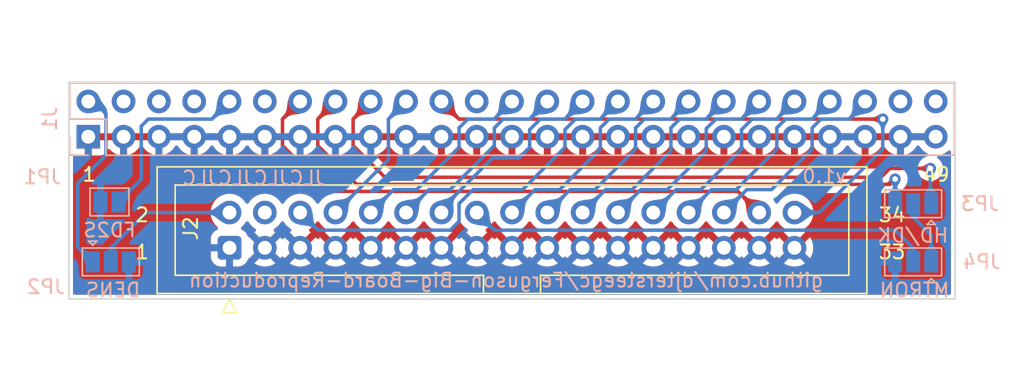
<source format=kicad_pcb>
(kicad_pcb (version 20221018) (generator pcbnew)
  (layers (0 "F.Cu" signal) (31 "B.Cu" signal) (34 "B.Paste" user) (35 "F.Paste" user) (36 "B.SilkS" user "B.Silkscreen") (37 "F.SilkS" user "F.Silkscreen") (38 "B.Mask" user) (39 "F.Mask" user) (44 "Edge.Cuts" user))
  (net 0 "")
  (net 1 "GND")
  (net 2 "Net-(J1-Pin_2)")
  (net 3 "Net-(J1-Pin_10)")
  (net 5 "Net-(J1-Pin_14)")
  (net 7 "Net-(J1-Pin_16)")
  (net 9 "Net-(J1-Pin_18)")
  (net 10 "Net-(J1-Pin_20)")
  (net 11 "Net-(J1-Pin_22)")
  (net 13 "Net-(J1-Pin_26)")
  (net 14 "Net-(J1-Pin_28)")
  (net 15 "Net-(J1-Pin_30)")
  (net 16 "Net-(J1-Pin_32)")
  (net 17 "Net-(J1-Pin_34)")
  (net 18 "Net-(J1-Pin_36)")
  (net 19 "Net-(J1-Pin_38)")
  (net 20 "Net-(J1-Pin_40)")
  (net 21 "Net-(J1-Pin_42)")
  (net 22 "Net-(J1-Pin_44)")
  (net 23 "Net-(J1-Pin_46)")
  (net 25 "Net-(J2-Pin_2)")
  (net 26 "Net-(J2-Pin_16)")
  (net 27 "Net-(JP3-C)")
  (footprint "Connector_IDC:IDC-Header_2x17_P2.54mm_Vertical" (layer "F.Cu") (at 146.05 71.374 90)
    (fp_text reference "J2" (at 1.397 -2.794 90) (layer "F.SilkS"))
    (fp_text value "Conn_02x17_Odd_Even")
    (fp_line (start -4.68 -0.5) (end -4.68 0.5) (stroke (width 0.12)) (layer "F.SilkS"))
    (fp_line (start -4.68 0.5) (end -3.68 0) (stroke (width 0.12)) (layer "F.SilkS"))
    (fp_line (start -3.68 0) (end -4.68 -0.5) (stroke (width 0.12)) (layer "F.SilkS"))
    (fp_line (start -3.29 -5.21) (end 5.83 -5.21) (stroke (width 0.12)) (layer "F.SilkS"))
    (fp_line (start -3.29 18.27) (end -1.98 18.27) (stroke (width 0.12)) (layer "F.SilkS"))
    (fp_line (start -3.29 45.85) (end -3.29 -5.21) (stroke (width 0.12)) (layer "F.SilkS"))
    (fp_line (start -1.98 -3.91) (end 4.52 -3.91) (stroke (width 0.12)) (layer "F.SilkS"))
    (fp_line (start -1.98 18.27) (end -1.98 -3.91) (stroke (width 0.12)) (layer "F.SilkS"))
    (fp_line (start -1.98 22.37) (end -3.29 22.37) (stroke (width 0.12)) (layer "F.SilkS"))
    (fp_line (start -1.98 22.37) (end -1.98 22.37) (stroke (width 0.12)) (layer "F.SilkS"))
    (fp_line (start -1.98 44.55) (end -1.98 22.37) (stroke (width 0.12)) (layer "F.SilkS"))
    (fp_line (start 4.52 -3.91) (end 4.52 44.55) (stroke (width 0.12)) (layer "F.SilkS"))
    (fp_line (start 4.52 44.55) (end -1.98 44.55) (stroke (width 0.12)) (layer "F.SilkS"))
    (fp_line (start 5.83 -5.21) (end 5.83 45.85) (stroke (width 0.12)) (layer "F.SilkS"))
    (fp_line (start 5.83 45.85) (end -3.29 45.85) (stroke (width 0.12)) (layer "F.SilkS"))
    (pad "1" thru_hole roundrect (at 0 0 90) (size 1.7 1.7) (drill 1) (layers "*.Cu" "*.Mask") (roundrect_rratio 0.1470588235) (net 1 "GND"))
    (pad "2" thru_hole circle (at 2.54 0 90) (size 1.7 1.7) (drill 1) (layers "*.Cu" "*.Mask") (net 25 "Net-(J2-Pin_2)"))
    (pad "3" thru_hole circle (at 0 2.54 90) (size 1.7 1.7) (drill 1) (layers "*.Cu" "*.Mask") (net 1 "GND"))
    (pad "4" thru_hole circle (at 2.54 2.54 90) (size 1.7 1.7) (drill 1) (layers "*.Cu" "*.Mask"))
    (pad "5" thru_hole circle (at 0 5.08 90) (size 1.7 1.7) (drill 1) (layers "*.Cu" "*.Mask") (net 1 "GND"))
    (pad "6" thru_hole circle (at 2.54 5.08 90) (size 1.7 1.7) (drill 1) (layers "*.Cu" "*.Mask") (net 16 "Net-(J1-Pin_32)"))
    (pad "7" thru_hole circle (at 0 7.62 90) (size 1.7 1.7) (drill 1) (layers "*.Cu" "*.Mask") (net 1 "GND"))
    (pad "8" thru_hole circle (at 2.54 7.62 90) (size 1.7 1.7) (drill 1) (layers "*.Cu" "*.Mask") (net 10 "Net-(J1-Pin_20)"))
    (pad "9" thru_hole circle (at 0 10.16 90) (size 1.7 1.7) (drill 1) (layers "*.Cu" "*.Mask") (net 1 "GND"))
    (pad "10" thru_hole circle (at 2.54 10.16 90) (size 1.7 1.7) (drill 1) (layers "*.Cu" "*.Mask") (net 13 "Net-(J1-Pin_26)"))
    (pad "11" thru_hole circle (at 0 12.7 90) (size 1.7 1.7) (drill 1) (layers "*.Cu" "*.Mask") (net 1 "GND"))
    (pad "12" thru_hole circle (at 2.54 12.7 90) (size 1.7 1.7) (drill 1) (layers "*.Cu" "*.Mask") (net 14 "Net-(J1-Pin_28)"))
    (pad "13" thru_hole circle (at 0 15.24 90) (size 1.7 1.7) (drill 1) (layers "*.Cu" "*.Mask") (net 1 "GND"))
    (pad "14" thru_hole circle (at 2.54 15.24 90) (size 1.7 1.7) (drill 1) (layers "*.Cu" "*.Mask") (net 15 "Net-(J1-Pin_30)"))
    (pad "15" thru_hole circle (at 0 17.78 90) (size 1.7 1.7) (drill 1) (layers "*.Cu" "*.Mask") (net 1 "GND"))
    (pad "16" thru_hole circle (at 2.54 17.78 90) (size 1.7 1.7) (drill 1) (layers "*.Cu" "*.Mask") (net 26 "Net-(J2-Pin_16)"))
    (pad "17" thru_hole circle (at 0 20.32 90) (size 1.7 1.7) (drill 1) (layers "*.Cu" "*.Mask") (net 1 "GND"))
    (pad "18" thru_hole circle (at 2.54 20.32 90) (size 1.7 1.7) (drill 1) (layers "*.Cu" "*.Mask") (net 17 "Net-(J1-Pin_34)"))
    (pad "19" thru_hole circle (at 0 22.86 90) (size 1.7 1.7) (drill 1) (layers "*.Cu" "*.Mask") (net 1 "GND"))
    (pad "20" thru_hole circle (at 2.54 22.86 90) (size 1.7 1.7) (drill 1) (layers "*.Cu" "*.Mask") (net 18 "Net-(J1-Pin_36)"))
    (pad "21" thru_hole circle (at 0 25.4 90) (size 1.7 1.7) (drill 1) (layers "*.Cu" "*.Mask") (net 1 "GND"))
    (pad "22" thru_hole circle (at 2.54 25.4 90) (size 1.7 1.7) (drill 1) (layers "*.Cu" "*.Mask") (net 19 "Net-(J1-Pin_38)"))
    (pad "23" thru_hole circle (at 0 27.94 90) (size 1.7 1.7) (drill 1) (layers "*.Cu" "*.Mask") (net 1 "GND"))
    (pad "24" thru_hole circle (at 2.54 27.94 90) (size 1.7 1.7) (drill 1) (layers "*.Cu" "*.Mask") (net 20 "Net-(J1-Pin_40)"))
    (pad "25" thru_hole circle (at 0 30.48 90) (size 1.7 1.7) (drill 1) (layers "*.Cu" "*.Mask") (net 1 "GND"))
    (pad "26" thru_hole circle (at 2.54 30.48 90) (size 1.7 1.7) (drill 1) (layers "*.Cu" "*.Mask") (net 21 "Net-(J1-Pin_42)"))
    (pad "27" thru_hole circle (at 0 33.02 90) (size 1.7 1.7) (drill 1) (layers "*.Cu" "*.Mask") (net 1 "GND"))
    (pad "28" thru_hole circle (at 2.54 33.02 90) (size 1.7 1.7) (drill 1) (layers "*.Cu" "*.Mask") (net 22 "Net-(J1-Pin_44)"))
    (pad "29" thru_hole circle (at 0 35.56 90) (size 1.7 1.7) (drill 1) (layers "*.Cu" "*.Mask") (net 1 "GND"))
    (pad "30" thru_hole circle (at 2.54 35.56 90) (size 1.7 1.7) (drill 1) (layers "*.Cu" "*.Mask") (net 23 "Net-(J1-Pin_46)"))
    (pad "31" thru_hole circle (at 0 38.1 90) (size 1.7 1.7) (drill 1) (layers "*.Cu" "*.Mask") (net 1 "GND"))
    (pad "32" thru_hole circle (at 2.54 38.1 90) (size 1.7 1.7) (drill 1) (layers "*.Cu" "*.Mask") (net 5 "Net-(J1-Pin_14)"))
    (pad "33" thru_hole circle (at 0 40.64 90) (size 1.7 1.7) (drill 1) (layers "*.Cu" "*.Mask") (net 1 "GND"))
    (pad "34" thru_hole circle (at 2.54 40.64 90) (size 1.7 1.7) (drill 1) (layers "*.Cu" "*.Mask") (net 11 "Net-(J1-Pin_22)"))
  )
  (footprint "Jumper:SolderJumper-2_P1.3mm_Open_Pad1.0x1.5mm" (layer "B.Cu") (at 137.414 68.072 180)
    (fp_text reference "JP1" (at 4.826 1.8) (layer "B.SilkS") (effects (justify mirror)))
    (fp_text value "FD2S" (at 0 -2.032) (layer "B.SilkS") (effects (justify mirror)))
    (fp_line (start -1.4 -1) (end -1.4 1) (stroke (width 0.12)) (layer "B.SilkS"))
    (fp_line (start -1.4 1) (end 1.4 1) (stroke (width 0.12)) (layer "B.SilkS"))
    (fp_line (start 1.4 -1) (end -1.4 -1) (stroke (width 0.12)) (layer "B.SilkS"))
    (fp_line (start 1.4 1) (end 1.4 -1) (stroke (width 0.12)) (layer "B.SilkS"))
    (pad "1" smd rect (at -0.65 0 180) (size 1 1.5) (layers "B.Cu" "B.Mask") (net 3 "Net-(J1-Pin_10)"))
    (pad "2" smd rect (at 0.65 0 180) (size 1 1.5) (layers "B.Cu" "B.Mask") (net 1 "GND"))
  )
  (footprint "Jumper:SolderJumper-3_P1.3mm_Open_Pad1.0x1.5mm" (layer "B.Cu") (at 195.229 72.39 180)
    (fp_text reference "JP4" (at -4.923 0) (layer "B.SilkS") (effects (justify mirror)))
    (fp_text value "MTRON" (at -0.097 -2.032) (layer "B.SilkS") (effects (justify mirror)))
    (fp_line (start -2.05 -1) (end -2.05 1) (stroke (width 0.12)) (layer "B.SilkS"))
    (fp_line (start -2.05 1) (end 2.05 1) (stroke (width 0.12)) (layer "B.SilkS"))
    (fp_line (start -1.6 -1.5) (end -1 -1.5) (stroke (width 0.12)) (layer "B.SilkS"))
    (fp_line (start -1.3 -1.2) (end -1.6 -1.5) (stroke (width 0.12)) (layer "B.SilkS"))
    (fp_line (start -1.3 -1.2) (end -1 -1.5) (stroke (width 0.12)) (layer "B.SilkS"))
    (fp_line (start 2.05 -1) (end -2.05 -1) (stroke (width 0.12)) (layer "B.SilkS"))
    (fp_line (start 2.05 1) (end 2.05 -1) (stroke (width 0.12)) (layer "B.SilkS"))
    (pad "1" smd rect (at -1.3 0 180) (size 1 1.5) (layers "B.Cu" "B.Mask") (net 27 "Net-(JP3-C)"))
    (pad "2" smd rect (at 0 0 180) (size 1 1.5) (layers "B.Cu" "B.Mask") (net 26 "Net-(J2-Pin_16)"))
    (pad "3" smd rect (at 1.3 0 180) (size 1 1.5) (layers "B.Cu" "B.Mask") (net 1 "GND"))
  )
  (footprint "Jumper:SolderJumper-3_P1.3mm_Open_Pad1.0x1.5mm" (layer "B.Cu") (at 195.229 68.199 180)
    (fp_text reference "JP3" (at -4.796 0) (layer "B.SilkS") (effects (justify mirror)))
    (fp_text value "HD/DK" (at 0.03 -2.286) (layer "B.SilkS") (effects (justify mirror)))
    (fp_line (start -2.05 -1) (end -2.05 1) (stroke (width 0.12)) (layer "B.SilkS"))
    (fp_line (start -2.05 1) (end 2.05 1) (stroke (width 0.12)) (layer "B.SilkS"))
    (fp_line (start -1.6 -1.5) (end -1 -1.5) (stroke (width 0.12)) (layer "B.SilkS"))
    (fp_line (start -1.3 -1.2) (end -1.6 -1.5) (stroke (width 0.12)) (layer "B.SilkS"))
    (fp_line (start -1.3 -1.2) (end -1 -1.5) (stroke (width 0.12)) (layer "B.SilkS"))
    (fp_line (start 2.05 -1) (end -2.05 -1) (stroke (width 0.12)) (layer "B.SilkS"))
    (fp_line (start 2.05 1) (end 2.05 -1) (stroke (width 0.12)) (layer "B.SilkS"))
    (pad "1" smd rect (at -1.3 0 180) (size 1 1.5) (layers "B.Cu" "B.Mask") (net 9 "Net-(J1-Pin_18)"))
    (pad "2" smd rect (at 0 0 180) (size 1 1.5) (layers "B.Cu" "B.Mask") (net 27 "Net-(JP3-C)"))
    (pad "3" smd rect (at 1.3 0 180) (size 1 1.5) (layers "B.Cu" "B.Mask") (net 7 "Net-(J1-Pin_16)"))
  )
  (footprint "Connector_PinSocket_2.54mm:PinSocket_2x25_P2.54mm_Vertical" (layer "B.Cu") (at 135.89 63.373 -90)
    (fp_text reference "J1" (at -1.27 2.77 90) (layer "B.SilkS") (effects (justify mirror)))
    (fp_text value "Conn_02x25_Odd_Even")
    (fp_line (start -3.87 -62.29) (end 1.33 -62.29) (stroke (width 0.12)) (layer "B.SilkS"))
    (fp_line (start -3.87 1.33) (end -3.87 -62.29) (stroke (width 0.12)) (layer "B.SilkS"))
    (fp_line (start -3.87 1.33) (end -1.27 1.33) (stroke (width 0.12)) (layer "B.SilkS"))
    (fp_line (start -1.27 -1.27) (end 1.33 -1.27) (stroke (width 0.12)) (layer "B.SilkS"))
    (fp_line (start -1.27 1.33) (end -1.27 -1.27) (stroke (width 0.12)) (layer "B.SilkS"))
    (fp_line (start 0 1.33) (end 1.33 1.33) (stroke (width 0.12)) (layer "B.SilkS"))
    (fp_line (start 1.33 -1.27) (end 1.33 -62.29) (stroke (width 0.12)) (layer "B.SilkS"))
    (fp_line (start 1.33 1.33) (end 1.33 0) (stroke (width 0.12)) (layer "B.SilkS"))
    (pad "1" thru_hole rect (at 0 0 270) (size 1.7 1.7) (drill 1) (layers "*.Cu" "*.Mask") (net 1 "GND"))
    (pad "2" thru_hole oval (at -2.54 0 270) (size 1.7 1.7) (drill 1) (layers "*.Cu" "*.Mask") (net 2 "Net-(J1-Pin_2)"))
    (pad "3" thru_hole oval (at 0 -2.54 270) (size 1.7 1.7) (drill 1) (layers "*.Cu" "*.Mask") (net 1 "GND"))
    (pad "4" thru_hole oval (at -2.54 -2.54 270) (size 1.7 1.7) (drill 1) (layers "*.Cu" "*.Mask"))
    (pad "5" thru_hole oval (at 0 -5.08 270) (size 1.7 1.7) (drill 1) (layers "*.Cu" "*.Mask") (net 1 "GND"))
    (pad "6" thru_hole oval (at -2.54 -5.08 270) (size 1.7 1.7) (drill 1) (layers "*.Cu" "*.Mask"))
    (pad "7" thru_hole oval (at 0 -7.62 270) (size 1.7 1.7) (drill 1) (layers "*.Cu" "*.Mask") (net 1 "GND"))
    (pad "8" thru_hole oval (at -2.54 -7.62 270) (size 1.7 1.7) (drill 1) (layers "*.Cu" "*.Mask"))
    (pad "9" thru_hole oval (at 0 -10.16 270) (size 1.7 1.7) (drill 1) (layers "*.Cu" "*.Mask") (net 1 "GND"))
    (pad "10" thru_hole oval (at -2.54 -10.16 270) (size 1.7 1.7) (drill 1) (layers "*.Cu" "*.Mask") (net 3 "Net-(J1-Pin_10)"))
    (pad "11" thru_hole oval (at 0 -12.7 270) (size 1.7 1.7) (drill 1) (layers "*.Cu" "*.Mask") (net 1 "GND"))
    (pad "12" thru_hole oval (at -2.54 -12.7 270) (size 1.7 1.7) (drill 1) (layers "*.Cu" "*.Mask"))
    (pad "13" thru_hole oval (at 0 -15.24 270) (size 1.7 1.7) (drill 1) (layers "*.Cu" "*.Mask") (net 1 "GND"))
    (pad "14" thru_hole oval (at -2.54 -15.24 270) (size 1.7 1.7) (drill 1) (layers "*.Cu" "*.Mask") (net 5 "Net-(J1-Pin_14)"))
    (pad "15" thru_hole oval (at 0 -17.78 270) (size 1.7 1.7) (drill 1) (layers "*.Cu" "*.Mask") (net 1 "GND"))
    (pad "16" thru_hole oval (at -2.54 -17.78 270) (size 1.7 1.7) (drill 1) (layers "*.Cu" "*.Mask") (net 7 "Net-(J1-Pin_16)"))
    (pad "17" thru_hole oval (at 0 -20.32 270) (size 1.7 1.7) (drill 1) (layers "*.Cu" "*.Mask") (net 1 "GND"))
    (pad "18" thru_hole oval (at -2.54 -20.32 270) (size 1.7 1.7) (drill 1) (layers "*.Cu" "*.Mask") (net 9 "Net-(J1-Pin_18)"))
    (pad "19" thru_hole oval (at 0 -22.86 270) (size 1.7 1.7) (drill 1) (layers "*.Cu" "*.Mask") (net 1 "GND"))
    (pad "20" thru_hole oval (at -2.54 -22.86 270) (size 1.7 1.7) (drill 1) (layers "*.Cu" "*.Mask") (net 10 "Net-(J1-Pin_20)"))
    (pad "21" thru_hole oval (at 0 -25.4 270) (size 1.7 1.7) (drill 1) (layers "*.Cu" "*.Mask") (net 1 "GND"))
    (pad "22" thru_hole oval (at -2.54 -25.4 270) (size 1.7 1.7) (drill 1) (layers "*.Cu" "*.Mask") (net 11 "Net-(J1-Pin_22)"))
    (pad "23" thru_hole oval (at 0 -27.94 270) (size 1.7 1.7) (drill 1) (layers "*.Cu" "*.Mask") (net 1 "GND"))
    (pad "24" thru_hole oval (at -2.54 -27.94 270) (size 1.7 1.7) (drill 1) (layers "*.Cu" "*.Mask"))
    (pad "25" thru_hole oval (at 0 -30.48 270) (size 1.7 1.7) (drill 1) (layers "*.Cu" "*.Mask") (net 1 "GND"))
    (pad "26" thru_hole oval (at -2.54 -30.48 270) (size 1.7 1.7) (drill 1) (layers "*.Cu" "*.Mask") (net 13 "Net-(J1-Pin_26)"))
    (pad "27" thru_hole oval (at 0 -33.02 270) (size 1.7 1.7) (drill 1) (layers "*.Cu" "*.Mask") (net 1 "GND"))
    (pad "28" thru_hole oval (at -2.54 -33.02 270) (size 1.7 1.7) (drill 1) (layers "*.Cu" "*.Mask") (net 14 "Net-(J1-Pin_28)"))
    (pad "29" thru_hole oval (at 0 -35.56 270) (size 1.7 1.7) (drill 1) (layers "*.Cu" "*.Mask") (net 1 "GND"))
    (pad "30" thru_hole oval (at -2.54 -35.56 270) (size 1.7 1.7) (drill 1) (layers "*.Cu" "*.Mask") (net 15 "Net-(J1-Pin_30)"))
    (pad "31" thru_hole oval (at 0 -38.1 270) (size 1.7 1.7) (drill 1) (layers "*.Cu" "*.Mask") (net 1 "GND"))
    (pad "32" thru_hole oval (at -2.54 -38.1 270) (size 1.7 1.7) (drill 1) (layers "*.Cu" "*.Mask") (net 16 "Net-(J1-Pin_32)"))
    (pad "33" thru_hole oval (at 0 -40.64 270) (size 1.7 1.7) (drill 1) (layers "*.Cu" "*.Mask") (net 1 "GND"))
    (pad "34" thru_hole oval (at -2.54 -40.64 270) (size 1.7 1.7) (drill 1) (layers "*.Cu" "*.Mask") (net 17 "Net-(J1-Pin_34)"))
    (pad "35" thru_hole oval (at 0 -43.18 270) (size 1.7 1.7) (drill 1) (layers "*.Cu" "*.Mask") (net 1 "GND"))
    (pad "36" thru_hole oval (at -2.54 -43.18 270) (size 1.7 1.7) (drill 1) (layers "*.Cu" "*.Mask") (net 18 "Net-(J1-Pin_36)"))
    (pad "37" thru_hole oval (at 0 -45.72 270) (size 1.7 1.7) (drill 1) (layers "*.Cu" "*.Mask") (net 1 "GND"))
    (pad "38" thru_hole oval (at -2.54 -45.72 270) (size 1.7 1.7) (drill 1) (layers "*.Cu" "*.Mask") (net 19 "Net-(J1-Pin_38)"))
    (pad "39" thru_hole oval (at 0 -48.26 270) (size 1.7 1.7) (drill 1) (layers "*.Cu" "*.Mask") (net 1 "GND"))
    (pad "40" thru_hole oval (at -2.54 -48.26 270) (size 1.7 1.7) (drill 1) (layers "*.Cu" "*.Mask") (net 20 "Net-(J1-Pin_40)"))
    (pad "41" thru_hole oval (at 0 -50.8 270) (size 1.7 1.7) (drill 1) (layers "*.Cu" "*.Mask") (net 1 "GND"))
    (pad "42" thru_hole oval (at -2.54 -50.8 270) (size 1.7 1.7) (drill 1) (layers "*.Cu" "*.Mask") (net 21 "Net-(J1-Pin_42)"))
    (pad "43" thru_hole oval (at 0 -53.34 270) (size 1.7 1.7) (drill 1) (layers "*.Cu" "*.Mask") (net 1 "GND"))
    (pad "44" thru_hole oval (at -2.54 -53.34 270) (size 1.7 1.7) (drill 1) (layers "*.Cu" "*.Mask") (net 22 "Net-(J1-Pin_44)"))
    (pad "45" thru_hole oval (at 0 -55.88 270) (size 1.7 1.7) (drill 1) (layers "*.Cu" "*.Mask") (net 1 "GND"))
    (pad "46" thru_hole oval (at -2.54 -55.88 270) (size 1.7 1.7) (drill 1) (layers "*.Cu" "*.Mask") (net 23 "Net-(J1-Pin_46)"))
    (pad "47" thru_hole oval (at 0 -58.42 270) (size 1.7 1.7) (drill 1) (layers "*.Cu" "*.Mask") (net 1 "GND"))
    (pad "48" thru_hole oval (at -2.54 -58.42 270) (size 1.7 1.7) (drill 1) (layers "*.Cu" "*.Mask"))
    (pad "49" thru_hole oval (at 0 -60.96 270) (size 1.7 1.7) (drill 1) (layers "*.Cu" "*.Mask") (net 1 "GND"))
    (pad "50" thru_hole oval (at -2.54 -60.96 270) (size 1.7 1.7) (drill 1) (layers "*.Cu" "*.Mask"))
  )
  (footprint "Jumper:SolderJumper-3_P1.3mm_Open_Pad1.0x1.5mm" (layer "B.Cu") (at 137.511 72.39)
    (fp_text reference "JP2" (at -4.669 1.8) (layer "B.SilkS") (effects (justify mirror)))
    (fp_text value "DENS" (at 0.157 2.032) (layer "B.SilkS") (effects (justify mirror)))
    (fp_line (start -2.05 -1) (end -2.05 1) (stroke (width 0.12)) (layer "B.SilkS"))
    (fp_line (start -2.05 1) (end 2.05 1) (stroke (width 0.12)) (layer "B.SilkS"))
    (fp_line (start -1.6 -1.5) (end -1 -1.5) (stroke (width 0.12)) (layer "B.SilkS"))
    (fp_line (start -1.3 -1.2) (end -1.6 -1.5) (stroke (width 0.12)) (layer "B.SilkS"))
    (fp_line (start -1.3 -1.2) (end -1 -1.5) (stroke (width 0.12)) (layer "B.SilkS"))
    (fp_line (start 2.05 -1) (end -2.05 -1) (stroke (width 0.12)) (layer "B.SilkS"))
    (fp_line (start 2.05 1) (end 2.05 -1) (stroke (width 0.12)) (layer "B.SilkS"))
    (pad "1" smd rect (at -1.3 0) (size 1 1.5) (layers "B.Cu" "B.Mask") (net 2 "Net-(J1-Pin_2)"))
    (pad "2" smd rect (at 0 0) (size 1 1.5) (layers "B.Cu" "B.Mask") (net 25 "Net-(J2-Pin_2)"))
    (pad "3" smd rect (at 1.3 0) (size 1 1.5) (layers "B.Cu" "B.Mask") (net 1 "GND"))
  )
  (gr_rect (start 134.493 59.436) (end 198.247 75.057) (stroke (width 0.1)) (fill none) (layer "Edge.Cuts"))
  (gr_text "v1.0" (at 190.5 66.802) (layer "B.SilkS") (effects (font (size 1 1)) (justify left bottom mirror)))
  (gr_text "JLCJLCJLCJLC" (at 153.035 66.929) (layer "B.SilkS") (effects (font (size 1 1)) (justify left bottom mirror)))
  (gr_text "github.com/djtersteegc/Ferguson-Big-Board-Reproduction" (at 188.849 74.295) (layer "B.SilkS") (effects (font (size 1 1)) (justify left bottom mirror)))
  (gr_text "33" (at 192.659 72.263) (layer "F.SilkS") (effects (font (size 1 1)) (justify left bottom)))
  (gr_text "1" (at 139.192 72.263) (layer "F.SilkS") (effects (font (size 1 1)) (justify left bottom)))
  (gr_text "2" (at 139.192 69.596) (layer "F.SilkS") (effects (font (size 1 1)) (justify left bottom)))
  (gr_text "1" (at 135.382 66.675) (layer "F.SilkS") (effects (font (size 1 1)) (justify left bottom)))
  (gr_text "49" (at 195.834 66.675) (layer "F.SilkS") (effects (font (size 1 1)) (justify left bottom)))
  (gr_text "34" (at 192.659 69.596) (layer "F.SilkS") (effects (font (size 1 1)) (justify left bottom)))
  (segment (start 137.16 61.722) (end 137.16 64.7065) (width 0.25) (layer "B.Cu") (net 2))
  (segment (start 137.16 64.7065) (end 135.128 66.7385) (width 0.25) (layer "B.Cu") (net 2))
  (segment (start 135.128 71.307) (end 136.211 72.39) (width 0.25) (layer "B.Cu") (net 2))
  (segment (start 136.271 60.833) (end 137.16 61.722) (width 0.25) (layer "B.Cu") (net 2))
  (segment (start 135.128 66.7385) (end 135.128 71.307) (width 0.25) (layer "B.Cu") (net 2))
  (segment (start 135.89 60.833) (end 136.271 60.833) (width 0.25) (layer "B.Cu") (net 2))
  (segment (start 139.7 62.611) (end 139.7 66.436) (width 0.25) (layer "B.Cu") (net 3))
  (segment (start 140.208 62.103) (end 139.7 62.611) (width 0.25) (layer "B.Cu") (net 3))
  (segment (start 144.78 62.103) (end 140.208 62.103) (width 0.25) (layer "B.Cu") (net 3))
  (segment (start 139.7 66.436) (end 138.064 68.072) (width 0.25) (layer "B.Cu") (net 3))
  (segment (start 146.05 60.833) (end 144.78 62.103) (width 0.25) (layer "B.Cu") (net 3))
  (segment (start 149.86 62.103) (end 149.86 64.008) (width 0.25) (layer "F.Cu") (net 5))
  (segment (start 149.86 64.008) (end 153.162 67.31) (width 0.25) (layer "F.Cu") (net 5))
  (segment (start 153.162 67.31) (end 182.626 67.31) (width 0.25) (layer "F.Cu") (net 5))
  (segment (start 151.13 60.833) (end 149.86 62.103) (width 0.25) (layer "F.Cu") (net 5))
  (segment (start 182.626 67.31) (end 184.15 68.834) (width 0.25) (layer "F.Cu") (net 5))
  (segment (start 193.548 66.802) (end 193.929 66.421) (width 0.25) (layer "F.Cu") (net 7))
  (segment (start 152.4 62.103) (end 152.4 64.008) (width 0.25) (layer "F.Cu") (net 7))
  (segment (start 155.194 66.802) (end 193.548 66.802) (width 0.25) (layer "F.Cu") (net 7))
  (segment (start 152.4 64.008) (end 155.194 66.802) (width 0.25) (layer "F.Cu") (net 7))
  (segment (start 153.67 60.833) (end 152.4 62.103) (width 0.25) (layer "F.Cu") (net 7))
  (via (at 193.929 66.421) (size 0.8) (drill 0.4) (layers "F.Cu" "B.Cu") (net 7))
  (segment (start 193.929 66.421) (end 193.929 68.199) (width 0.25) (layer "B.Cu") (net 7))
  (segment (start 154.94 62.103) (end 154.94 64.008) (width 0.25) (layer "F.Cu") (net 9))
  (segment (start 154.94 64.008) (end 157.226 66.294) (width 0.25) (layer "F.Cu") (net 9))
  (segment (start 193.548 65.659) (end 196.469 65.659) (width 0.25) (layer "F.Cu") (net 9))
  (segment (start 192.913 66.294) (end 193.548 65.659) (width 0.25) (layer "F.Cu") (net 9))
  (segment (start 156.21 60.833) (end 154.94 62.103) (width 0.25) (layer "F.Cu") (net 9))
  (segment (start 157.226 66.294) (end 192.913 66.294) (width 0.25) (layer "F.Cu") (net 9))
  (via (at 196.469 65.659) (size 0.8) (drill 0.4) (layers "F.Cu" "B.Cu") (net 9))
  (segment (start 196.469 65.659) (end 196.469 68.139) (width 0.25) (layer "B.Cu") (net 9))
  (segment (start 196.469 68.139) (end 196.529 68.199) (width 0.25) (layer "B.Cu") (net 9))
  (segment (start 158.75 60.833) (end 157.48 62.103) (width 0.25) (layer "B.Cu") (net 10))
  (segment (start 157.48 65.024) (end 153.67 68.834) (width 0.25) (layer "B.Cu") (net 10))
  (segment (start 157.48 62.103) (end 157.48 65.024) (width 0.25) (layer "B.Cu") (net 10))
  (segment (start 162.56 62.103) (end 163.703 62.103) (width 0.25) (layer "F.Cu") (net 11))
  (segment (start 163.703 62.103) (end 193.04 62.103) (width 0.25) (layer "F.Cu") (net 11))
  (segment (start 161.29 60.833) (end 162.56 62.103) (width 0.25) (layer "F.Cu") (net 11))
  (via (at 193.04 62.103) (size 0.8) (drill 0.4) (layers "F.Cu" "B.Cu") (net 11))
  (segment (start 193.04 64.262) (end 188.468 68.834) (width 0.25) (layer "B.Cu") (net 11))
  (segment (start 193.04 62.103) (end 193.04 64.262) (width 0.25) (layer "B.Cu") (net 11))
  (segment (start 188.468 68.834) (end 186.69 68.834) (width 0.25) (layer "B.Cu") (net 11))
  (segment (start 162.56 62.738) (end 162.56 64.135) (width 0.25) (layer "B.Cu") (net 13))
  (segment (start 165.1 62.103) (end 163.195 62.103) (width 0.25) (layer "B.Cu") (net 13))
  (segment (start 163.195 62.103) (end 162.56 62.738) (width 0.25) (layer "B.Cu") (net 13))
  (segment (start 162.56 64.135) (end 159.512 67.183) (width 0.25) (layer "B.Cu") (net 13))
  (segment (start 157.861 67.183) (end 156.21 68.834) (width 0.25) (layer "B.Cu") (net 13))
  (segment (start 166.37 60.833) (end 165.1 62.103) (width 0.25) (layer "B.Cu") (net 13))
  (segment (start 159.512 67.183) (end 157.861 67.183) (width 0.25) (layer "B.Cu") (net 13))
  (segment (start 165.286396 62.553) (end 165.285 62.553) (width 0.25) (layer "B.Cu") (net 14))
  (segment (start 165.285 62.553) (end 165.1 62.738) (width 0.25) (layer "B.Cu") (net 14))
  (segment (start 165.1 64.008) (end 161.925 67.183) (width 0.25) (layer "B.Cu") (net 14))
  (segment (start 168.91 60.833) (end 167.64 62.103) (width 0.25) (layer "B.Cu") (net 14))
  (segment (start 160.401 67.183) (end 158.75 68.834) (width 0.25) (layer "B.Cu") (net 14))
  (segment (start 167.64 62.103) (end 165.736396 62.103) (width 0.25) (layer "B.Cu") (net 14))
  (segment (start 165.1 62.738) (end 165.1 64.008) (width 0.25) (layer "B.Cu") (net 14))
  (segment (start 161.925 67.183) (end 160.401 67.183) (width 0.25) (layer "B.Cu") (net 14))
  (segment (start 165.736396 62.103) (end 165.286396 62.553) (width 0.25) (layer "B.Cu") (net 14))
  (segment (start 167.64 64.135) (end 166.878 64.897) (width 0.25) (layer "B.Cu") (net 15))
  (segment (start 166.878 64.897) (end 164.973 64.897) (width 0.25) (layer "B.Cu") (net 15))
  (segment (start 164.973 64.897) (end 161.29 68.58) (width 0.25) (layer "B.Cu") (net 15))
  (segment (start 170.18 62.103) (end 168.402 62.103) (width 0.25) (layer "B.Cu") (net 15))
  (segment (start 168.402 62.103) (end 167.64 62.865) (width 0.25) (layer "B.Cu") (net 15))
  (segment (start 167.64 62.865) (end 167.64 64.135) (width 0.25) (layer "B.Cu") (net 15))
  (segment (start 161.29 68.58) (end 161.29 68.834) (width 0.25) (layer "B.Cu") (net 15))
  (segment (start 171.45 60.833) (end 170.18 62.103) (width 0.25) (layer "B.Cu") (net 15))
  (segment (start 152.4 70.104) (end 151.13 68.834) (width 0.25) (layer "B.Cu") (net 16))
  (segment (start 170.942 62.103) (end 170.18 62.865) (width 0.25) (layer "B.Cu") (net 16))
  (segment (start 170.18 62.865) (end 170.18 64.135) (width 0.25) (layer "B.Cu") (net 16))
  (segment (start 173.99 60.833) (end 172.72 62.103) (width 0.25) (layer "B.Cu") (net 16))
  (segment (start 172.72 62.103) (end 170.942 62.103) (width 0.25) (layer "B.Cu") (net 16))
  (segment (start 161.925 70.104) (end 152.4 70.104) (width 0.25) (layer "B.Cu") (net 16))
  (segment (start 167.132 67.183) (end 163.576 67.183) (width 0.25) (layer "B.Cu") (net 16))
  (segment (start 162.56 68.199) (end 162.56 69.469) (width 0.25) (layer "B.Cu") (net 16))
  (segment (start 170.18 64.135) (end 167.132 67.183) (width 0.25) (layer "B.Cu") (net 16))
  (segment (start 163.576 67.183) (end 162.56 68.199) (width 0.25) (layer "B.Cu") (net 16))
  (segment (start 162.56 69.469) (end 161.925 70.104) (width 0.25) (layer "B.Cu") (net 16))
  (segment (start 168.021 67.183) (end 166.37 68.834) (width 0.25) (layer "B.Cu") (net 17))
  (segment (start 172.906396 62.553) (end 172.905 62.553) (width 0.25) (layer "B.Cu") (net 17))
  (segment (start 172.72 62.738) (end 172.72 64.262) (width 0.25) (layer "B.Cu") (net 17))
  (segment (start 175.26 62.103) (end 173.356396 62.103) (width 0.25) (layer "B.Cu") (net 17))
  (segment (start 172.905 62.553) (end 172.72 62.738) (width 0.25) (layer "B.Cu") (net 17))
  (segment (start 173.356396 62.103) (end 172.906396 62.553) (width 0.25) (layer "B.Cu") (net 17))
  (segment (start 176.53 60.833) (end 175.26 62.103) (width 0.25) (layer "B.Cu") (net 17))
  (segment (start 169.799 67.183) (end 168.021 67.183) (width 0.25) (layer "B.Cu") (net 17))
  (segment (start 172.72 64.262) (end 169.799 67.183) (width 0.25) (layer "B.Cu") (net 17))
  (segment (start 177.8 62.103) (end 175.896396 62.103) (width 0.25) (layer "B.Cu") (net 18))
  (segment (start 170.561 67.183) (end 168.91 68.834) (width 0.25) (layer "B.Cu") (net 18))
  (segment (start 179.07 60.833) (end 177.8 62.103) (width 0.25) (layer "B.Cu") (net 18))
  (segment (start 172.339 67.183) (end 170.561 67.183) (width 0.25) (layer "B.Cu") (net 18))
  (segment (start 175.26 62.738) (end 175.26 64.262) (width 0.25) (layer "B.Cu") (net 18))
  (segment (start 175.26 64.262) (end 172.339 67.183) (width 0.25) (layer "B.Cu") (net 18))
  (segment (start 175.446396 62.553) (end 175.445 62.553) (width 0.25) (layer "B.Cu") (net 18))
  (segment (start 175.445 62.553) (end 175.26 62.738) (width 0.25) (layer "B.Cu") (net 18))
  (segment (start 175.896396 62.103) (end 175.446396 62.553) (width 0.25) (layer "B.Cu") (net 18))
  (segment (start 177.8 64.389) (end 175.456 66.733) (width 0.25) (layer "B.Cu") (net 19))
  (segment (start 173.101 67.183) (end 171.45 68.834) (width 0.25) (layer "B.Cu") (net 19))
  (segment (start 175.456 66.733) (end 175.454604 66.733) (width 0.25) (layer "B.Cu") (net 19))
  (segment (start 181.61 60.833) (end 180.34 62.103) (width 0.25) (layer "B.Cu") (net 19))
  (segment (start 180.34 62.103) (end 178.436396 62.103) (width 0.25) (layer "B.Cu") (net 19))
  (segment (start 177.8 62.738) (end 177.8 64.389) (width 0.25) (layer "B.Cu") (net 19))
  (segment (start 177.985 62.553) (end 177.8 62.738) (width 0.25) (layer "B.Cu") (net 19))
  (segment (start 178.436396 62.103) (end 177.986396 62.553) (width 0.25) (layer "B.Cu") (net 19))
  (segment (start 177.986396 62.553) (end 177.985 62.553) (width 0.25) (layer "B.Cu") (net 19))
  (segment (start 175.004604 67.183) (end 173.101 67.183) (width 0.25) (layer "B.Cu") (net 19))
  (segment (start 175.454604 66.733) (end 175.004604 67.183) (width 0.25) (layer "B.Cu") (net 19))
  (segment (start 181.03315 62.103) (end 180.34 62.79615) (width 0.25) (layer "B.Cu") (net 20))
  (segment (start 184.15 60.833) (end 182.88 62.103) (width 0.25) (layer "B.Cu") (net 20))
  (segment (start 180.34 64.389) (end 177.996 66.733) (width 0.25) (layer "B.Cu") (net 20))
  (segment (start 177.994604 66.733) (end 177.544604 67.183) (width 0.25) (layer "B.Cu") (net 20))
  (segment (start 177.996 66.733) (end 177.994604 66.733) (width 0.25) (layer "B.Cu") (net 20))
  (segment (start 177.544604 67.183) (end 175.641 67.183) (width 0.25) (layer "B.Cu") (net 20))
  (segment (start 182.88 62.103) (end 181.03315 62.103) (width 0.25) (layer "B.Cu") (net 20))
  (segment (start 180.34 62.79615) (end 180.34 64.389) (width 0.25) (layer "B.Cu") (net 20))
  (segment (start 175.641 67.183) (end 173.99 68.834) (width 0.25) (layer "B.Cu") (net 20))
  (segment (start 179.959 67.183) (end 178.181 67.183) (width 0.25) (layer "B.Cu") (net 21))
  (segment (start 185.42 62.103) (end 183.642 62.103) (width 0.25) (layer "B.Cu") (net 21))
  (segment (start 183.642 62.103) (end 182.88 62.865) (width 0.25) (layer "B.Cu") (net 21))
  (segment (start 182.88 62.865) (end 182.88 64.262) (width 0.25) (layer "B.Cu") (net 21))
  (segment (start 178.181 67.183) (end 176.53 68.834) (width 0.25) (layer "B.Cu") (net 21))
  (segment (start 186.69 60.833) (end 185.42 62.103) (width 0.25) (layer "B.Cu") (net 21))
  (segment (start 182.88 64.262) (end 179.959 67.183) (width 0.25) (layer "B.Cu") (net 21))
  (segment (start 185.605 62.553) (end 185.42 62.738) (width 0.25) (layer "B.Cu") (net 22))
  (segment (start 189.23 60.833) (end 187.96 62.103) (width 0.25) (layer "B.Cu") (net 22))
  (segment (start 185.606396 62.553) (end 185.605 62.553) (width 0.25) (layer "B.Cu") (net 22))
  (segment (start 187.96 62.103) (end 186.056396 62.103) (width 0.25) (layer "B.Cu") (net 22))
  (segment (start 182.499 67.183) (end 180.721 67.183) (width 0.25) (layer "B.Cu") (net 22))
  (segment (start 185.42 62.738) (end 185.42 64.262) (width 0.25) (layer "B.Cu") (net 22))
  (segment (start 185.42 64.262) (end 182.499 67.183) (width 0.25) (layer "B.Cu") (net 22))
  (segment (start 180.721 67.183) (end 179.07 68.834) (width 0.25) (layer "B.Cu") (net 22))
  (segment (start 186.056396 62.103) (end 185.606396 62.553) (width 0.25) (layer "B.Cu") (net 22))
  (segment (start 188.596396 62.103) (end 188.146396 62.553) (width 0.25) (layer "B.Cu") (net 23))
  (segment (start 183.261 67.183) (end 181.61 68.834) (width 0.25) (layer "B.Cu") (net 23))
  (segment (start 185.039 67.183) (end 183.261 67.183) (width 0.25) (layer "B.Cu") (net 23))
  (segment (start 188.146396 62.553) (end 188.145 62.553) (width 0.25) (layer "B.Cu") (net 23))
  (segment (start 187.96 62.738) (end 187.96 64.262) (width 0.25) (layer "B.Cu") (net 23))
  (segment (start 188.145 62.553) (end 187.96 62.738) (width 0.25) (layer "B.Cu") (net 23))
  (segment (start 191.77 60.96) (end 190.627 62.103) (width 0.25) (layer "B.Cu") (net 23))
  (segment (start 187.96 64.262) (end 185.039 67.183) (width 0.25) (layer "B.Cu") (net 23))
  (segment (start 191.77 60.833) (end 191.77 60.96) (width 0.25) (layer "B.Cu") (net 23))
  (segment (start 190.627 62.103) (end 188.596396 62.103) (width 0.25) (layer "B.Cu") (net 23))
  (segment (start 137.511 71.39) (end 137.511 72.39) (width 0.25) (layer "B.Cu") (net 25))
  (segment (start 146.05 68.834) (end 140.067 68.834) (width 0.25) (layer "B.Cu") (net 25))
  (segment (start 140.067 68.834) (end 137.511 71.39) (width 0.25) (layer "B.Cu") (net 25))
  (segment (start 195.229 72.39) (end 195.229 71.39) (width 0.25) (layer "B.Cu") (net 26))
  (segment (start 193.943 70.104) (end 165.1 70.104) (width 0.25) (layer "B.Cu") (net 26))
  (segment (start 165.1 70.104) (end 163.83 68.834) (width 0.25) (layer "B.Cu") (net 26))
  (segment (start 195.229 71.39) (end 193.943 70.104) (width 0.25) (layer "B.Cu") (net 26))
  (segment (start 196.529 70.462604) (end 196.529 72.39) (width 0.25) (layer "B.Cu") (net 27))
  (segment (start 195.229 68.199) (end 195.229 69.162604) (width 0.25) (layer "B.Cu") (net 27))
  (segment (start 195.229 69.162604) (end 196.529 70.462604) (width 0.25) (layer "B.Cu") (net 27))
  (zone (net 1) (net_name "GND") (layers "F&B.Cu") (connect_pads (clearance 0.5)) (min_thickness 0.25) (fill yes (thermal_gap 0.5) (thermal_bridge_width 0.5))
    (polygon (pts (xy 129.54 55.88) (xy 203.2 55.88) (xy 203.2 81.28) (xy 129.54 81.28)))
  )
)
</source>
